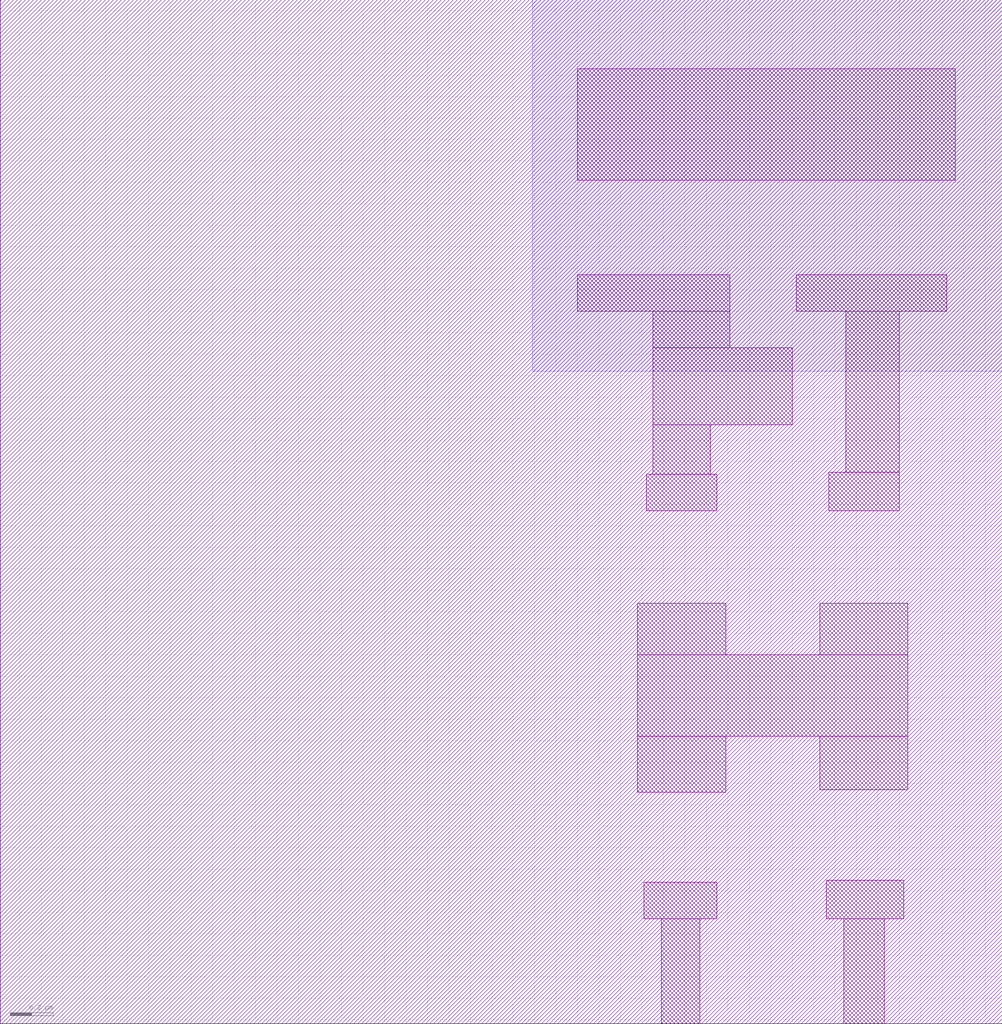
<source format=lef>
VERSION 5.7 ;
  NOWIREEXTENSIONATPIN ON ;
  DIVIDERCHAR "/" ;
  BUSBITCHARS "[]" ;
UNITS
  DATABASE MICRONS 200 ;
END UNITS

LAYER via2
  TYPE CUT ;
END via2

LAYER via
  TYPE CUT ;
END via

LAYER nwell
  TYPE MASTERSLICE ;
END nwell

LAYER via3
  TYPE CUT ;
END via3

LAYER pwell
  TYPE MASTERSLICE ;
END pwell

LAYER via4
  TYPE CUT ;
END via4

LAYER mcon
  TYPE CUT ;
END mcon

LAYER met6
  TYPE ROUTING ;
  WIDTH 0.030000 ;
  SPACING 0.040000 ;
  DIRECTION HORIZONTAL ;
END met6

LAYER met1
  TYPE ROUTING ;
  WIDTH 0.140000 ;
  SPACING 0.140000 ;
  DIRECTION HORIZONTAL ;
END met1

LAYER met3
  TYPE ROUTING ;
  WIDTH 0.300000 ;
  SPACING 0.300000 ;
  DIRECTION HORIZONTAL ;
END met3

LAYER met2
  TYPE ROUTING ;
  WIDTH 0.140000 ;
  SPACING 0.140000 ;
  DIRECTION HORIZONTAL ;
END met2

LAYER met4
  TYPE ROUTING ;
  WIDTH 0.300000 ;
  SPACING 0.300000 ;
  DIRECTION HORIZONTAL ;
END met4

LAYER met5
  TYPE ROUTING ;
  WIDTH 1.600000 ;
  SPACING 1.600000 ;
  DIRECTION HORIZONTAL ;
END met5

LAYER li1
  TYPE ROUTING ;
  WIDTH 0.170000 ;
  SPACING 0.170000 ;
  DIRECTION HORIZONTAL ;
END li1

MACRO sky130_hilas_nfetmirrorpairs2
  CLASS BLOCK ;
  FOREIGN sky130_hilas_nfetmirrorpairs2 ;
  ORIGIN 3.090 1.920 ;
  SIZE 4.670 BY 4.770 ;
  OBS
      LAYER nwell ;
        RECT -0.610 1.120 1.580 2.850 ;
      LAYER li1 ;
        RECT -0.400 2.010 1.360 2.530 ;
        RECT -0.400 1.400 0.310 1.570 ;
        RECT 0.620 1.400 1.320 1.570 ;
        RECT -0.050 1.230 0.310 1.400 ;
        RECT -0.050 0.870 0.600 1.230 ;
        RECT -0.050 0.640 0.220 0.870 ;
        RECT 0.850 0.650 1.100 1.400 ;
        RECT -0.080 0.470 0.250 0.640 ;
        RECT 0.770 0.470 1.100 0.650 ;
        RECT -0.120 -0.200 0.290 0.040 ;
        RECT 0.730 -0.200 1.140 0.040 ;
        RECT -0.120 -0.580 1.140 -0.200 ;
        RECT -0.120 -0.840 0.290 -0.580 ;
        RECT 0.730 -0.830 1.140 -0.580 ;
        RECT -0.090 -1.430 0.250 -1.260 ;
        RECT 0.760 -1.430 1.120 -1.250 ;
        RECT -0.010 -1.920 0.170 -1.430 ;
        RECT 0.840 -1.920 1.030 -1.430 ;
  END
END sky130_hilas_nfetmirrorpairs2
END LIBRARY


</source>
